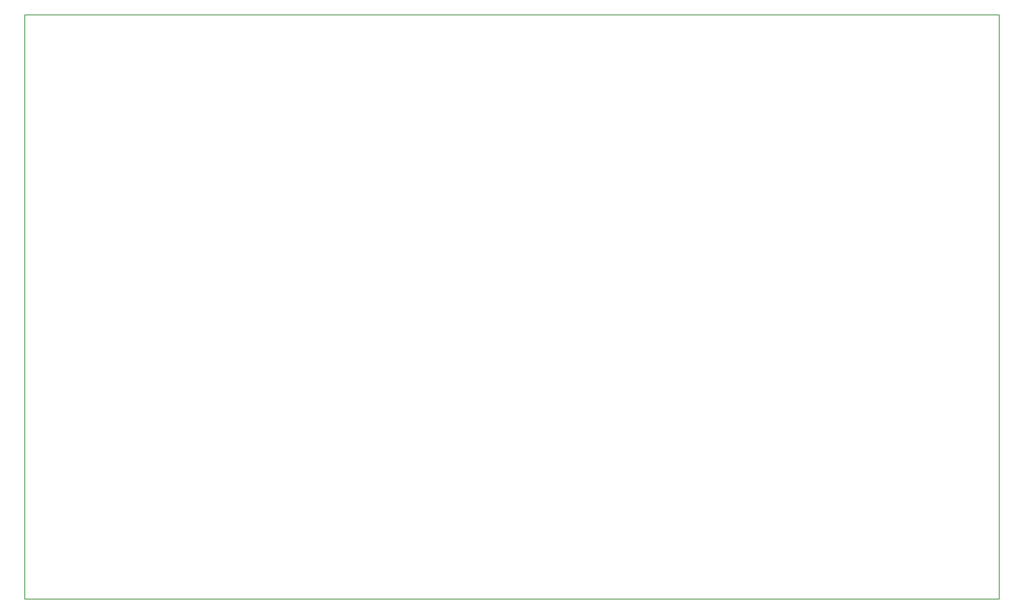
<source format=gbr>
G04 #@! TF.GenerationSoftware,KiCad,Pcbnew,8.0.1*
G04 #@! TF.CreationDate,2024-05-10T13:00:17+03:00*
G04 #@! TF.ProjectId,sensor_current_stand,73656e73-6f72-45f6-9375-7272656e745f,rev?*
G04 #@! TF.SameCoordinates,Original*
G04 #@! TF.FileFunction,Profile,NP*
%FSLAX46Y46*%
G04 Gerber Fmt 4.6, Leading zero omitted, Abs format (unit mm)*
G04 Created by KiCad (PCBNEW 8.0.1) date 2024-05-10 13:00:17*
%MOMM*%
%LPD*%
G01*
G04 APERTURE LIST*
G04 #@! TA.AperFunction,Profile*
%ADD10C,0.200000*%
G04 #@! TD*
G04 APERTURE END LIST*
D10*
X65900000Y-30800000D02*
X275900000Y-30800000D01*
X275900000Y-156800000D01*
X65900000Y-156800000D01*
X65900000Y-30800000D01*
M02*

</source>
